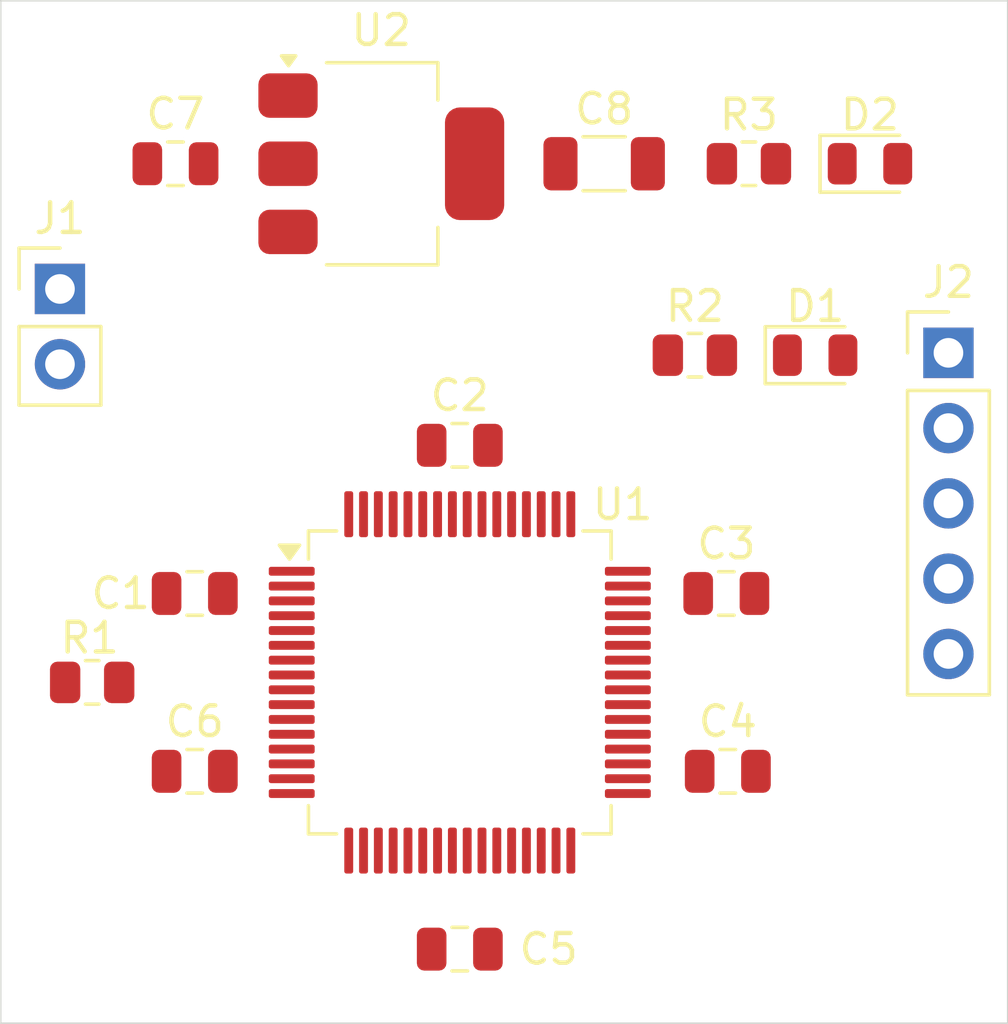
<source format=kicad_pcb>
(kicad_pcb (version 20241229) (generator "pcbnew") (generator_version "9.0")
  (layers (0 "F.Cu" signal) (2 "B.Cu" signal) (13 "F.Paste" user) (15 "B.Paste" user) (5 "F.SilkS" user "F.Silkscreen") (7 "B.SilkS" user "B.Silkscreen") (1 "F.Mask" user) (3 "B.Mask" user) (25 "Edge.Cuts" user))
  (net 0 "")
  (net 1 "+3.3V")
  (net 2 "/VIN")
  (net 3 "Net-(U1-VCAP)")
  (net 4 "Net-(D1-A)")
  (net 5 "Net-(D2-A)")
  (net 6 "/PGEC1")
  (net 7 "/MCLR")
  (net 8 "/PGED1")
  (net 9 "Net-(U1-RB15)")
  (footprint "Capacitor_SMD:C_0805_2012Metric" (layer "F.Cu") (at 157.05 71)
    (property "Reference" "C4" (at 0 -1.68 0) (layer "F.SilkS"))
    (property "Value" "100nF")
    (fp_line (start -0.261252 -0.735) (end 0.261252 -0.735) (stroke (width 0.12)) (layer "F.SilkS"))
    (fp_line (start -0.261252 0.735) (end 0.261252 0.735) (stroke (width 0.12)) (layer "F.SilkS"))
    (pad "1" smd roundrect (at -0.95 0) (size 1 1.45) (layers "F.Cu" "F.Mask" "F.Paste") (net 1 "+3.3V"))
    (pad "2" smd roundrect (at 0.95 0) (size 1 1.45) (layers "F.Cu" "F.Mask" "F.Paste") (net 1 "+3.3V"))
  )
  (footprint "Connector_PinHeader_2.54mm:PinHeader_1x02_P2.54mm_Vertical" (layer "F.Cu") (at 134.5 54.725)
    (property "Reference" "J1" (at 0 -2.38 0) (layer "F.SilkS"))
    (property "Value" "Conn_01x02")
    (fp_line (start -1.38 -1.38) (end 0 -1.38) (stroke (width 0.12)) (layer "F.SilkS"))
    (fp_line (start -1.38 0) (end -1.38 -1.38) (stroke (width 0.12)) (layer "F.SilkS"))
    (fp_line (start -1.38 1.27) (end -1.38 3.92) (stroke (width 0.12)) (layer "F.SilkS"))
    (fp_line (start -1.38 1.27) (end 1.38 1.27) (stroke (width 0.12)) (layer "F.SilkS"))
    (fp_line (start -1.38 3.92) (end 1.38 3.92) (stroke (width 0.12)) (layer "F.SilkS"))
    (fp_line (start 1.38 1.27) (end 1.38 3.92) (stroke (width 0.12)) (layer "F.SilkS"))
    (pad "1" thru_hole rect (at 0 0) (size 1.7 1.7) (drill 1) (layers "*.Cu" "*.Mask") (net 2 "/VIN"))
    (pad "2" thru_hole circle (at 0 2.54) (size 1.7 1.7) (drill 1) (layers "*.Cu" "*.Mask") (net 1 "+3.3V"))
  )
  (footprint "Capacitor_SMD:C_0805_2012Metric" (layer "F.Cu") (at 148 77)
    (property "Reference" "C5" (at 3 0 0) (layer "F.SilkS"))
    (property "Value" "100nF")
    (fp_line (start -0.261252 -0.735) (end 0.261252 -0.735) (stroke (width 0.12)) (layer "F.SilkS"))
    (fp_line (start -0.261252 0.735) (end 0.261252 0.735) (stroke (width 0.12)) (layer "F.SilkS"))
    (pad "1" smd roundrect (at -0.95 0) (size 1 1.45) (layers "F.Cu" "F.Mask" "F.Paste") (net 1 "+3.3V"))
    (pad "2" smd roundrect (at 0.95 0) (size 1 1.45) (layers "F.Cu" "F.Mask" "F.Paste") (net 1 "+3.3V"))
  )
  (footprint "Capacitor_SMD:C_0805_2012Metric" (layer "F.Cu") (at 139.05 65)
    (property "Reference" "C1" (at -2.5 0 0) (layer "F.SilkS"))
    (property "Value" "100nF")
    (fp_line (start -0.261252 -0.735) (end 0.261252 -0.735) (stroke (width 0.12)) (layer "F.SilkS"))
    (fp_line (start -0.261252 0.735) (end 0.261252 0.735) (stroke (width 0.12)) (layer "F.SilkS"))
    (pad "1" smd roundrect (at -0.95 0) (size 1 1.45) (layers "F.Cu" "F.Mask" "F.Paste") (net 1 "+3.3V"))
    (pad "2" smd roundrect (at 0.95 0) (size 1 1.45) (layers "F.Cu" "F.Mask" "F.Paste") (net 1 "+3.3V"))
  )
  (footprint "Resistor_SMD:R_0805_2012Metric" (layer "F.Cu") (at 155.9375 56.96)
    (property "Reference" "R2" (at 0 -1.65 0) (layer "F.SilkS"))
    (property "Value" "330")
    (fp_line (start -0.227064 -0.735) (end 0.227064 -0.735) (stroke (width 0.12)) (layer "F.SilkS"))
    (fp_line (start -0.227064 0.735) (end 0.227064 0.735) (stroke (width 0.12)) (layer "F.SilkS"))
    (pad "1" smd roundrect (at -0.9125 0) (size 1.025 1.4) (layers "F.Cu" "F.Mask" "F.Paste") (roundrect_rratio 0.243902) (net 4 "Net-(D1-A)"))
    (pad "2" smd roundrect (at 0.9125 0) (size 1.025 1.4) (layers "F.Cu" "F.Mask" "F.Paste") (roundrect_rratio 0.243902) (net 9 "Net-(U1-RB15)"))
  )
  (footprint "LED_SMD:LED_0805_2012Metric" (layer "F.Cu") (at 160 56.96)
    (property "Reference" "D1" (at 0 -1.65 0) (layer "F.SilkS"))
    (property "Value" "LED")
    (fp_line (start -1.685 -0.96) (end -1.685 0.96) (stroke (width 0.12)) (layer "F.SilkS"))
    (fp_line (start -1.685 0.96) (end 1 0.96) (stroke (width 0.12)) (layer "F.SilkS"))
    (fp_line (start 1 -0.96) (end -1.685 -0.96) (stroke (width 0.12)) (layer "F.SilkS"))
    (pad "1" smd roundrect (at -0.9375 0) (size 0.975 1.4) (layers "F.Cu" "F.Mask" "F.Paste") (net 1 "+3.3V"))
    (pad "2" smd roundrect (at 0.9375 0) (size 0.975 1.4) (layers "F.Cu" "F.Mask" "F.Paste") (net 4 "Net-(D1-A)"))
  )
  (footprint "Resistor_SMD:R_0805_2012Metric" (layer "F.Cu") (at 157.7625 50.5)
    (property "Reference" "R3" (at 0 -1.65 0) (layer "F.SilkS"))
    (property "Value" "1k")
    (fp_line (start -0.227064 -0.735) (end 0.227064 -0.735) (stroke (width 0.12)) (layer "F.SilkS"))
    (fp_line (start -0.227064 0.735) (end 0.227064 0.735) (stroke (width 0.12)) (layer "F.SilkS"))
    (pad "1" smd roundrect (at -0.9125 0) (size 1.025 1.4) (layers "F.Cu" "F.Mask" "F.Paste") (roundrect_rratio 0.243902) (net 1 "+3.3V"))
    (pad "2" smd roundrect (at 0.9125 0) (size 1.025 1.4) (layers "F.Cu" "F.Mask" "F.Paste") (roundrect_rratio 0.243902) (net 5 "Net-(D2-A)"))
  )
  (footprint "Capacitor_SMD:C_0805_2012Metric" (layer "F.Cu") (at 157 65)
    (property "Reference" "C3" (at 0 -1.68 0) (layer "F.SilkS"))
    (property "Value" "100nF")
    (fp_line (start -0.261252 -0.735) (end 0.261252 -0.735) (stroke (width 0.12)) (layer "F.SilkS"))
    (fp_line (start -0.261252 0.735) (end 0.261252 0.735) (stroke (width 0.12)) (layer "F.SilkS"))
    (pad "1" smd roundrect (at -0.95 0) (size 1 1.45) (layers "F.Cu" "F.Mask" "F.Paste") (net 1 "+3.3V"))
    (pad "2" smd roundrect (at 0.95 0) (size 1 1.45) (layers "F.Cu" "F.Mask" "F.Paste") (net 1 "+3.3V"))
  )
  (footprint "Capacitor_SMD:C_0805_2012Metric" (layer "F.Cu") (at 148 60)
    (property "Reference" "C2" (at 0 -1.68 0) (layer "F.SilkS"))
    (property "Value" "100nF")
    (fp_line (start -0.261252 -0.735) (end 0.261252 -0.735) (stroke (width 0.12)) (layer "F.SilkS"))
    (fp_line (start -0.261252 0.735) (end 0.261252 0.735) (stroke (width 0.12)) (layer "F.SilkS"))
    (pad "1" smd roundrect (at -0.95 0) (size 1 1.45) (layers "F.Cu" "F.Mask" "F.Paste") (net 1 "+3.3V"))
    (pad "2" smd roundrect (at 0.95 0) (size 1 1.45) (layers "F.Cu" "F.Mask" "F.Paste") (net 1 "+3.3V"))
  )
  (footprint "Capacitor_SMD:C_0805_2012Metric" (layer "F.Cu") (at 138.4 50.5)
    (property "Reference" "C7" (at 0 -1.68 0) (layer "F.SilkS"))
    (property "Value" "10uF")
    (fp_line (start -0.261252 -0.735) (end 0.261252 -0.735) (stroke (width 0.12)) (layer "F.SilkS"))
    (fp_line (start -0.261252 0.735) (end 0.261252 0.735) (stroke (width 0.12)) (layer "F.SilkS"))
    (pad "1" smd roundrect (at -0.95 0) (size 1 1.45) (layers "F.Cu" "F.Mask" "F.Paste") (net 2 "/VIN"))
    (pad "2" smd roundrect (at 0.95 0) (size 1 1.45) (layers "F.Cu" "F.Mask" "F.Paste") (net 1 "+3.3V"))
  )
  (footprint "Capacitor_SMD:C_0805_2012Metric" (layer "F.Cu") (at 139.05 71)
    (property "Reference" "C6" (at 0 -1.68 0) (layer "F.SilkS"))
    (property "Value" "10uF")
    (fp_line (start -0.261252 -0.735) (end 0.261252 -0.735) (stroke (width 0.12)) (layer "F.SilkS"))
    (fp_line (start -0.261252 0.735) (end 0.261252 0.735) (stroke (width 0.12)) (layer "F.SilkS"))
    (pad "1" smd roundrect (at -0.95 0) (size 1 1.45) (layers "F.Cu" "F.Mask" "F.Paste") (net 1 "+3.3V"))
    (pad "2" smd roundrect (at 0.95 0) (size 1 1.45) (layers "F.Cu" "F.Mask" "F.Paste") (net 3 "Net-(U1-VCAP)"))
  )
  (footprint "LED_SMD:LED_0805_2012Metric" (layer "F.Cu") (at 161.85 50.5)
    (property "Reference" "D2" (at 0 -1.65 0) (layer "F.SilkS"))
    (property "Value" "LED")
    (fp_line (start -1.685 -0.96) (end -1.685 0.96) (stroke (width 0.12)) (layer "F.SilkS"))
    (fp_line (start -1.685 0.96) (end 1 0.96) (stroke (width 0.12)) (layer "F.SilkS"))
    (fp_line (start 1 -0.96) (end -1.685 -0.96) (stroke (width 0.12)) (layer "F.SilkS"))
    (pad "1" smd roundrect (at -0.9375 0) (size 0.975 1.4) (layers "F.Cu" "F.Mask" "F.Paste") (net 1 "+3.3V"))
    (pad "2" smd roundrect (at 0.9375 0) (size 0.975 1.4) (layers "F.Cu" "F.Mask" "F.Paste") (net 5 "Net-(D2-A)"))
  )
  (footprint "Connector_PinHeader_2.54mm:PinHeader_1x05_P2.54mm_Vertical" (layer "F.Cu") (at 164.5 56.88)
    (property "Reference" "J2" (at 0 -2.38 0) (layer "F.SilkS"))
    (property "Value" "Conn_01x05")
    (fp_line (start -1.38 -1.38) (end 0 -1.38) (stroke (width 0.12)) (layer "F.SilkS"))
    (fp_line (start -1.38 0) (end -1.38 -1.38) (stroke (width 0.12)) (layer "F.SilkS"))
    (fp_line (start -1.38 1.27) (end -1.38 11.54) (stroke (width 0.12)) (layer "F.SilkS"))
    (fp_line (start -1.38 1.27) (end 1.38 1.27) (stroke (width 0.12)) (layer "F.SilkS"))
    (fp_line (start -1.38 11.54) (end 1.38 11.54) (stroke (width 0.12)) (layer "F.SilkS"))
    (fp_line (start 1.38 1.27) (end 1.38 11.54) (stroke (width 0.12)) (layer "F.SilkS"))
    (pad "1" thru_hole rect (at 0 0) (size 1.7 1.7) (drill 1) (layers "*.Cu" "*.Mask") (net 7 "/MCLR"))
    (pad "2" thru_hole circle (at 0 2.54) (size 1.7 1.7) (drill 1) (layers "*.Cu" "*.Mask") (net 1 "+3.3V"))
    (pad "3" thru_hole circle (at 0 5.08) (size 1.7 1.7) (drill 1) (layers "*.Cu" "*.Mask") (net 1 "+3.3V"))
    (pad "4" thru_hole circle (at 0 7.62) (size 1.7 1.7) (drill 1) (layers "*.Cu" "*.Mask") (net 8 "/PGED1"))
    (pad "5" thru_hole circle (at 0 10.16) (size 1.7 1.7) (drill 1) (layers "*.Cu" "*.Mask") (net 6 "/PGEC1"))
  )
  (footprint "Capacitor_SMD:C_1206_3216Metric" (layer "F.Cu") (at 152.875 50.5)
    (property "Reference" "C8" (at 0 -1.85 0) (layer "F.SilkS"))
    (property "Value" "22uF")
    (fp_line (start -0.711252 -0.91) (end 0.711252 -0.91) (stroke (width 0.12)) (layer "F.SilkS"))
    (fp_line (start -0.711252 0.91) (end 0.711252 0.91) (stroke (width 0.12)) (layer "F.SilkS"))
    (pad "1" smd roundrect (at -1.475 0) (size 1.15 1.8) (layers "F.Cu" "F.Mask" "F.Paste") (roundrect_rratio 0.217391) (net 1 "+3.3V"))
    (pad "2" smd roundrect (at 1.475 0) (size 1.15 1.8) (layers "F.Cu" "F.Mask" "F.Paste") (roundrect_rratio 0.217391) (net 1 "+3.3V"))
  )
  (footprint "Package_QFP:LQFP-64_10x10mm_P0.5mm" (layer "F.Cu") (at 148 68)
    (property "Reference" "U1" (at 5.5 -6 0) (layer "F.SilkS"))
    (property "Value" "PIC32MX575F256H")
    (fp_line (start -5.11 -5.11) (end -4.16 -5.11) (stroke (width 0.12)) (layer "F.SilkS"))
    (fp_line (start -5.11 -4.16) (end -5.11 -5.11) (stroke (width 0.12)) (layer "F.SilkS"))
    (fp_line (start -5.11 5.11) (end -5.11 4.16) (stroke (width 0.12)) (layer "F.SilkS"))
    (fp_line (start -4.16 5.11) (end -5.11 5.11) (stroke (width 0.12)) (layer "F.SilkS"))
    (fp_line (start 4.16 -5.11) (end 5.11 -5.11) (stroke (width 0.12)) (layer "F.SilkS"))
    (fp_line (start 5.11 -5.11) (end 5.11 -4.16) (stroke (width 0.12)) (layer "F.SilkS"))
    (fp_line (start 5.11 4.16) (end 5.11 5.11) (stroke (width 0.12)) (layer "F.SilkS"))
    (fp_line (start 5.11 5.11) (end 4.16 5.11) (stroke (width 0.12)) (layer "F.SilkS"))
    (fp_poly (pts (xy -5.75 -4.16) (xy -6.09 -4.63) (xy -5.41 -4.63)) (stroke (width 0.12)) (fill yes) (layer "F.SilkS"))
    (pad "1" smd roundrect (at -5.675 -3.75) (size 1.55 0.3) (layers "F.Cu" "F.Mask" "F.Paste"))
    (pad "2" smd roundrect (at -5.675 -3.25) (size 1.55 0.3) (layers "F.Cu" "F.Mask" "F.Paste"))
    (pad "3" smd roundrect (at -5.675 -2.75) (size 1.55 0.3) (layers "F.Cu" "F.Mask" "F.Paste"))
    (pad "4" smd roundrect (at -5.675 -2.25) (size 1.55 0.3) (layers "F.Cu" "F.Mask" "F.Paste"))
    (pad "5" smd roundrect (at -5.675 -1.75) (size 1.55 0.3) (layers "F.Cu" "F.Mask" "F.Paste"))
    (pad "6" smd roundrect (at -5.675 -1.25) (size 1.55 0.3) (layers "F.Cu" "F.Mask" "F.Paste"))
    (pad "7" smd roundrect (at -5.675 -0.75) (size 1.55 0.3) (layers "F.Cu" "F.Mask" "F.Paste") (net 7 "/MCLR"))
    (pad "8" smd roundrect (at -5.675 -0.25) (size 1.55 0.3) (layers "F.Cu" "F.Mask" "F.Paste"))
    (pad "9" smd roundrect (at -5.675 0.25) (size 1.55 0.3) (layers "F.Cu" "F.Mask" "F.Paste") (net 1 "+3.3V"))
    (pad "10" smd roundrect (at -5.675 0.75) (size 1.55 0.3) (layers "F.Cu" "F.Mask" "F.Paste") (net 1 "+3.3V"))
    (pad "11" smd roundrect (at -5.675 1.25) (size 1.55 0.3) (layers "F.Cu" "F.Mask" "F.Paste"))
    (pad "12" smd roundrect (at -5.675 1.75) (size 1.55 0.3) (layers "F.Cu" "F.Mask" "F.Paste") (net 1 "+3.3V"))
    (pad "13" smd roundrect (at -5.675 2.25) (size 1.55 0.3) (layers "F.Cu" "F.Mask" "F.Paste"))
    (pad "14" smd roundrect (at -5.675 2.75) (size 1.55 0.3) (layers "F.Cu" "F.Mask" "F.Paste") (net 1 "+3.3V"))
    (pad "15" smd roundrect (at -5.675 3.25) (size 1.55 0.3) (layers "F.Cu" "F.Mask" "F.Paste"))
    (pad "16" smd roundrect (at -5.675 3.75) (size 1.55 0.3) (layers "F.Cu" "F.Mask" "F.Paste") (net 1 "+3.3V"))
    (pad "17" smd roundrect (at -3.75 5.675) (size 0.3 1.55) (layers "F.Cu" "F.Mask" "F.Paste") (net 8 "/PGED1"))
    (pad "18" smd roundrect (at -3.25 5.675) (size 0.3 1.55) (layers "F.Cu" "F.Mask" "F.Paste") (net 6 "/PGEC1"))
    (pad "19" smd roundrect (at -2.75 5.675) (size 0.3 1.55) (layers "F.Cu" "F.Mask" "F.Paste") (net 1 "+3.3V"))
    (pad "20" smd roundrect (at -2.25 5.675) (size 0.3 1.55) (layers "F.Cu" "F.Mask" "F.Paste") (net 1 "+3.3V"))
    (pad "21" smd roundrect (at -1.75 5.675) (size 0.3 1.55) (layers "F.Cu" "F.Mask" "F.Paste"))
    (pad "22" smd roundrect (at -1.25 5.675) (size 0.3 1.55) (layers "F.Cu" "F.Mask" "F.Paste"))
    (pad "23" smd roundrect (at -0.75 5.675) (size 0.3 1.55) (layers "F.Cu" "F.Mask" "F.Paste"))
    (pad "24" smd roundrect (at -0.25 5.675) (size 0.3 1.55) (layers "F.Cu" "F.Mask" "F.Paste"))
    (pad "25" smd roundrect (at 0.25 5.675) (size 0.3 1.55) (layers "F.Cu" "F.Mask" "F.Paste") (net 1 "+3.3V"))
    (pad "26" smd roundrect (at 0.75 5.675) (size 0.3 1.55) (layers "F.Cu" "F.Mask" "F.Paste") (net 1 "+3.3V"))
    (pad "27" smd roundrect (at 1.25 5.675) (size 0.3 1.55) (layers "F.Cu" "F.Mask" "F.Paste"))
    (pad "28" smd roundrect (at 1.75 5.675) (size 0.3 1.55) (layers "F.Cu" "F.Mask" "F.Paste"))
    (pad "29" smd roundrect (at 2.25 5.675) (size 0.3 1.55) (layers "F.Cu" "F.Mask" "F.Paste"))
    (pad "30" smd roundrect (at 2.75 5.675) (size 0.3 1.55) (layers "F.Cu" "F.Mask" "F.Paste") (net 9 "Net-(U1-RB15)"))
    (pad "31" smd roundrect (at 3.25 5.675) (size 0.3 1.55) (layers "F.Cu" "F.Mask" "F.Paste"))
    (pad "32" smd roundrect (at 3.75 5.675) (size 0.3 1.55) (layers "F.Cu" "F.Mask" "F.Paste") (net 1 "+3.3V"))
    (pad "33" smd roundrect (at 5.675 3.75) (size 1.55 0.3) (layers "F.Cu" "F.Mask" "F.Paste"))
    (pad "34" smd roundrect (at 5.675 3.25) (size 1.55 0.3) (layers "F.Cu" "F.Mask" "F.Paste") (net 1 "+3.3V"))
    (pad "35" smd roundrect (at 5.675 2.75) (size 1.55 0.3) (layers "F.Cu" "F.Mask" "F.Paste") (net 1 "+3.3V"))
    (pad "36" smd roundrect (at 5.675 2.25) (size 1.55 0.3) (layers "F.Cu" "F.Mask" "F.Paste"))
    (pad "37" smd roundrect (at 5.675 1.75) (size 1.55 0.3) (layers "F.Cu" "F.Mask" "F.Paste"))
    (pad "38" smd roundrect (at 5.675 1.25) (size 1.55 0.3) (layers "F.Cu" "F.Mask" "F.Paste") (net 1 "+3.3V"))
    (pad "39" smd roundrect (at 5.675 0.75) (size 1.55 0.3) (layers "F.Cu" "F.Mask" "F.Paste"))
    (pad "40" smd roundrect (at 5.675 0.25) (size 1.55 0.3) (layers "F.Cu" "F.Mask" "F.Paste"))
    (pad "41" smd roundrect (at 5.675 -0.25) (size 1.55 0.3) (layers "F.Cu" "F.Mask" "F.Paste") (net 1 "+3.3V"))
    (pad "42" smd roundrect (at 5.675 -0.75) (size 1.55 0.3) (layers "F.Cu" "F.Mask" "F.Paste"))
    (pad "43" smd roundrect (at 5.675 -1.25) (size 1.55 0.3) (layers "F.Cu" "F.Mask" "F.Paste"))
    (pad "44" smd roundrect (at 5.675 -1.75) (size 1.55 0.3) (layers "F.Cu" "F.Mask" "F.Paste"))
    (pad "45" smd roundrect (at 5.675 -2.25) (size 1.55 0.3) (layers "F.Cu" "F.Mask" "F.Paste"))
    (pad "46" smd roundrect (at 5.675 -2.75) (size 1.55 0.3) (layers "F.Cu" "F.Mask" "F.Paste") (net 1 "+3.3V"))
    (pad "47" smd roundrect (at 5.675 -3.25) (size 1.55 0.3) (layers "F.Cu" "F.Mask" "F.Paste"))
    (pad "48" smd roundrect (at 5.675 -3.75) (size 1.55 0.3) (layers "F.Cu" "F.Mask" "F.Paste"))
    (pad "49" smd roundrect (at 3.75 -5.675) (size 0.3 1.55) (layers "F.Cu" "F.Mask" "F.Paste") (net 1 "+3.3V"))
    (pad "50" smd roundrect (at 3.25 -5.675) (size 0.3 1.55) (layers "F.Cu" "F.Mask" "F.Paste") (net 1 "+3.3V"))
    (pad "51" smd roundrect (at 2.75 -5.675) (size 0.3 1.55) (layers "F.Cu" "F.Mask" "F.Paste") (net 1 "+3.3V"))
    (pad "52" smd roundrect (at 2.25 -5.675) (size 0.3 1.55) (layers "F.Cu" "F.Mask" "F.Paste"))
    (pad "53" smd roundrect (at 1.75 -5.675) (size 0.3 1.55) (layers "F.Cu" "F.Mask" "F.Paste"))
    (pad "54" smd roundrect (at 1.25 -5.675) (size 0.3 1.55) (layers "F.Cu" "F.Mask" "F.Paste"))
    (pad "55" smd roundrect (at 0.75 -5.675) (size 0.3 1.55) (layers "F.Cu" "F.Mask" "F.Paste"))
    (pad "56" smd roundrect (at 0.25 -5.675) (size 0.3 1.55) (layers "F.Cu" "F.Mask" "F.Paste") (net 3 "Net-(U1-VCAP)"))
    (pad "57" smd roundrect (at -0.25 -5.675) (size 0.3 1.55) (layers "F.Cu" "F.Mask" "F.Paste") (net 1 "+3.3V"))
    (pad "58" smd roundrect (at -0.75 -5.675) (size 0.3 1.55) (layers "F.Cu" "F.Mask" "F.Paste"))
    (pad "59" smd roundrect (at -1.25 -5.675) (size 0.3 1.55) (layers "F.Cu" "F.Mask" "F.Paste"))
    (pad "60" smd roundrect (at -1.75 -5.675) (size 0.3 1.55) (layers "F.Cu" "F.Mask" "F.Paste") (net 1 "+3.3V"))
    (pad "61" smd roundrect (at -2.25 -5.675) (size 0.3 1.55) (layers "F.Cu" "F.Mask" "F.Paste"))
    (pad "62" smd roundrect (at -2.75 -5.675) (size 0.3 1.55) (layers "F.Cu" "F.Mask" "F.Paste"))
    (pad "63" smd roundrect (at -3.25 -5.675) (size 0.3 1.55) (layers "F.Cu" "F.Mask" "F.Paste"))
    (pad "64" smd roundrect (at -3.75 -5.675) (size 0.3 1.55) (layers "F.Cu" "F.Mask" "F.Paste"))
  )
  (footprint "Resistor_SMD:R_0805_2012Metric" (layer "F.Cu") (at 135.5875 68)
    (property "Reference" "R1" (at -0.0875 -1.5 0) (layer "F.SilkS"))
    (property "Value" "10k")
    (fp_line (start -0.227064 -0.735) (end 0.227064 -0.735) (stroke (width 0.12)) (layer "F.SilkS"))
    (fp_line (start -0.227064 0.735) (end 0.227064 0.735) (stroke (width 0.12)) (layer "F.SilkS"))
    (pad "1" smd roundrect (at -0.9125 0) (size 1.025 1.4) (layers "F.Cu" "F.Mask" "F.Paste") (roundrect_rratio 0.243902) (net 7 "/MCLR"))
    (pad "2" smd roundrect (at 0.9125 0) (size 1.025 1.4) (layers "F.Cu" "F.Mask" "F.Paste") (roundrect_rratio 0.243902) (net 1 "+3.3V"))
  )
  (footprint "Package_TO_SOT_SMD:SOT-223-3_TabPin2" (layer "F.Cu") (at 145.35 50.5)
    (property "Reference" "U2" (at 0 -4.5 0) (layer "F.SilkS"))
    (property "Value" "AMS1117-3.3")
    (fp_line (start -1.85 -3.41) (end 1.91 -3.41) (stroke (width 0.12)) (layer "F.SilkS"))
    (fp_line (start -1.85 3.41) (end 1.91 3.41) (stroke (width 0.12)) (layer "F.SilkS"))
    (fp_line (start 1.91 -3.41) (end 1.91 -2.15) (stroke (width 0.12)) (layer "F.SilkS"))
    (fp_line (start 1.91 3.41) (end 1.91 2.15) (stroke (width 0.12)) (layer "F.SilkS"))
    (fp_poly (pts (xy -3.13 -3.31) (xy -3.37 -3.64) (xy -2.89 -3.64) (xy -3.13 -3.31)) (stroke (width 0.12)) (fill yes) (layer "F.SilkS"))
    (pad "1" smd roundrect (at -3.15 -2.3) (size 2 1.5) (layers "F.Cu" "F.Mask" "F.Paste") (net 1 "+3.3V"))
    (pad "2" smd roundrect (at -3.15 0) (size 2 1.5) (layers "F.Cu" "F.Mask" "F.Paste") (net 1 "+3.3V"))
    (pad "2" smd roundrect (at 3.15 0) (size 2 3.8) (layers "F.Cu" "F.Mask" "F.Paste") (net 1 "+3.3V"))
    (pad "3" smd roundrect (at -3.15 2.3) (size 2 1.5) (layers "F.Cu" "F.Mask" "F.Paste") (net 2 "/VIN"))
  )
  (gr_rect (start 132.5 45) (end 166.5 79.5) (stroke (width 0.05)) (fill no) (layer "Edge.Cuts"))
)
</source>
